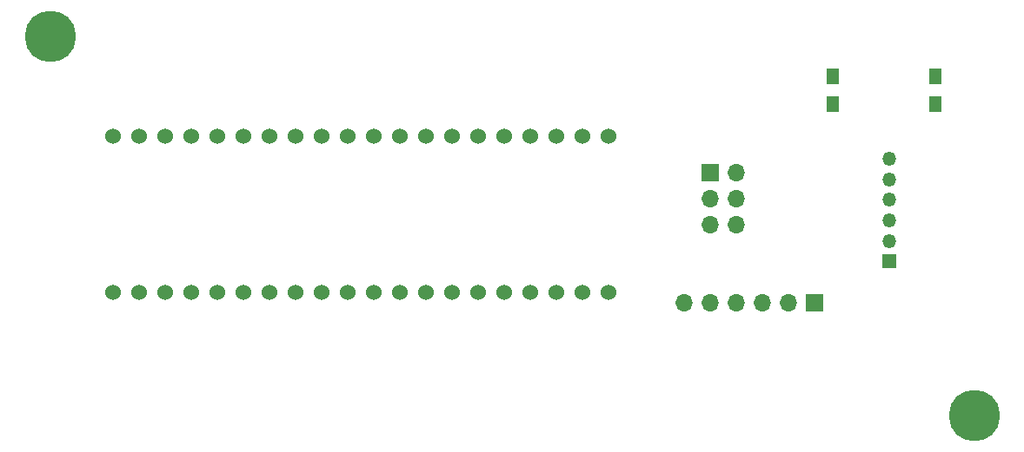
<source format=gts>
G04 #@! TF.FileFunction,Soldermask,Top*
%FSLAX46Y46*%
G04 Gerber Fmt 4.6, Leading zero omitted, Abs format (unit mm)*
G04 Created by KiCad (PCBNEW 4.0.7-e1-6374~58~ubuntu16.04.1) date Mon Aug  7 21:59:43 2017*
%MOMM*%
%LPD*%
G01*
G04 APERTURE LIST*
%ADD10C,0.100000*%
%ADD11C,5.000000*%
%ADD12R,1.700000X1.700000*%
%ADD13O,1.700000X1.700000*%
%ADD14C,1.524000*%
%ADD15R,1.350000X1.350000*%
%ADD16O,1.350000X1.350000*%
%ADD17R,1.300000X1.500000*%
G04 APERTURE END LIST*
D10*
D11*
X251750000Y-136750000D03*
D12*
X226060000Y-113030000D03*
D13*
X228600000Y-113030000D03*
X226060000Y-115570000D03*
X228600000Y-115570000D03*
X226060000Y-118110000D03*
X228600000Y-118110000D03*
D14*
X167915001Y-124735001D03*
X170455001Y-124735001D03*
X172995001Y-124735001D03*
X175535001Y-124735001D03*
X178075001Y-124735001D03*
X180615001Y-124735001D03*
X183155001Y-124735001D03*
X185695001Y-124735001D03*
X188235001Y-124735001D03*
X190775001Y-124735001D03*
X193315001Y-124735001D03*
X195855001Y-124735001D03*
X198395001Y-124735001D03*
X200935001Y-124735001D03*
X203475001Y-124735001D03*
X206015001Y-124735001D03*
X208555001Y-124735001D03*
X211095001Y-124735001D03*
X213635001Y-124735001D03*
X216175001Y-124735001D03*
X216175001Y-109495001D03*
X213635001Y-109495001D03*
X211095001Y-109495001D03*
X208555001Y-109495001D03*
X206015001Y-109495001D03*
X203475001Y-109495001D03*
X200935001Y-109495001D03*
X198395001Y-109495001D03*
X195855001Y-109495001D03*
X193315001Y-109495001D03*
X190775001Y-109495001D03*
X188235001Y-109495001D03*
X185695001Y-109495001D03*
X183155001Y-109495001D03*
X180615001Y-109495001D03*
X178075001Y-109495001D03*
X175535001Y-109495001D03*
X172995001Y-109495001D03*
X170455001Y-109495001D03*
X167915001Y-109495001D03*
D12*
X236220000Y-125730000D03*
D13*
X233680000Y-125730000D03*
X231140000Y-125730000D03*
X228600000Y-125730000D03*
X226060000Y-125730000D03*
X223520000Y-125730000D03*
D15*
X243500000Y-121700000D03*
D16*
X243500000Y-119700000D03*
X243500000Y-117700000D03*
X243500000Y-115700000D03*
X243500000Y-113700000D03*
X243500000Y-111700000D03*
D17*
X248000000Y-103650000D03*
X248000000Y-106350000D03*
X238000000Y-106350000D03*
X238000000Y-103650000D03*
D11*
X161750000Y-99750000D03*
M02*

</source>
